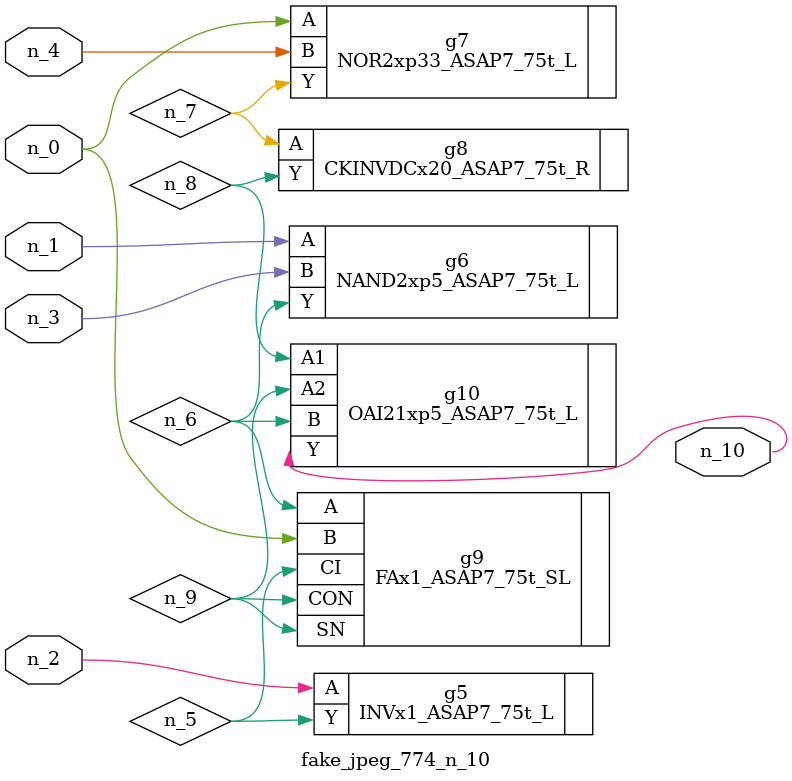
<source format=v>
module fake_jpeg_774_n_10 (n_3, n_2, n_1, n_0, n_4, n_10);

input n_3;
input n_2;
input n_1;
input n_0;
input n_4;

output n_10;

wire n_8;
wire n_9;
wire n_6;
wire n_5;
wire n_7;

INVx1_ASAP7_75t_L g5 ( 
.A(n_2),
.Y(n_5)
);

NAND2xp5_ASAP7_75t_L g6 ( 
.A(n_1),
.B(n_3),
.Y(n_6)
);

NOR2xp33_ASAP7_75t_L g7 ( 
.A(n_0),
.B(n_4),
.Y(n_7)
);

CKINVDCx20_ASAP7_75t_R g8 ( 
.A(n_7),
.Y(n_8)
);

OAI21xp5_ASAP7_75t_L g10 ( 
.A1(n_8),
.A2(n_9),
.B(n_6),
.Y(n_10)
);

FAx1_ASAP7_75t_SL g9 ( 
.A(n_6),
.B(n_0),
.CI(n_5),
.CON(n_9),
.SN(n_9)
);


endmodule
</source>
